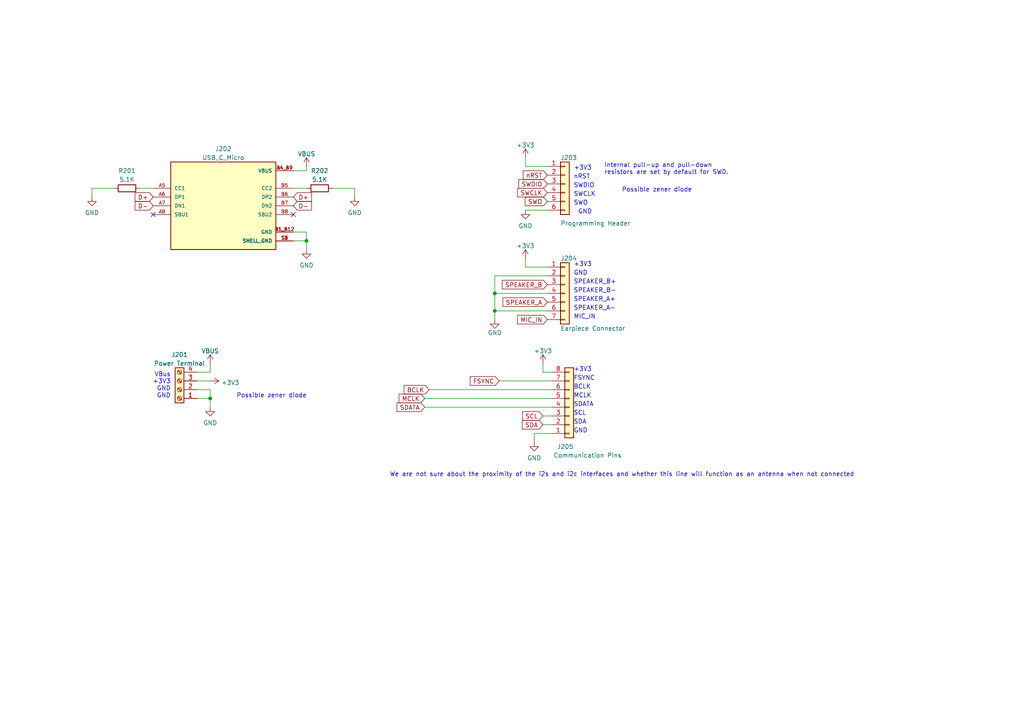
<source format=kicad_sch>
(kicad_sch (version 20230121) (generator eeschema)
  (paper "A4")
  (lib_symbols
    (symbol "Connector:Screw_Terminal_01x04" (pin_names (offset 1.016) hide)
      (property "Reference" "J" (at 0 5.08 0))
      (property "Value" "Screw_Terminal_01x04" (at 0 -7.62 0))
      (symbol "Screw_Terminal_01x04_1_1"
        (rectangle (start -1.27 3.81) (end 1.27 -6.35) (stroke (width 0.254)) (fill (type background)))
        (circle (center 0 -5.08) (radius 0.635) (stroke (width 0.1524)))
        (circle (center 0 -2.54) (radius 0.635) (stroke (width 0.1524)))
        (polyline (pts (xy -0.5334 -4.7498) (xy 0.3302 -5.588)) (stroke (width 0.1524)))
        (polyline (pts (xy -0.5334 -2.2098) (xy 0.3302 -3.048)) (stroke (width 0.1524)))
        (polyline (pts (xy -0.5334 0.3302) (xy 0.3302 -0.508)) (stroke (width 0.1524)))
        (polyline (pts (xy -0.5334 2.8702) (xy 0.3302 2.032)) (stroke (width 0.1524)))
        (polyline (pts (xy -0.3556 -4.572) (xy 0.508 -5.4102)) (stroke (width 0.1524)))
        (polyline (pts (xy -0.3556 -2.032) (xy 0.508 -2.8702)) (stroke (width 0.1524)))
        (polyline (pts (xy -0.3556 0.508) (xy 0.508 -0.3302)) (stroke (width 0.1524)))
        (polyline (pts (xy -0.3556 3.048) (xy 0.508 2.2098)) (stroke (width 0.1524)))
        (circle (center 0 0) (radius 0.635) (stroke (width 0.1524)))
        (circle (center 0 2.54) (radius 0.635) (stroke (width 0.1524)))
        (pin passive line (at -5.08 2.54 0) (length 3.81) (name "Pin_1") (number "1"))
        (pin passive line (at -5.08 0 0) (length 3.81) (name "Pin_2") (number "2"))
        (pin passive line (at -5.08 -2.54 0) (length 3.81) (name "Pin_3") (number "3"))
        (pin passive line (at -5.08 -5.08 0) (length 3.81) (name "Pin_4") (number "4"))
      )
    )
    (symbol "Connector_Generic:Conn_01x06" (pin_names (offset 1.016) hide)
      (property "Reference" "J" (at 0 7.62 0))
      (property "Value" "Conn_01x06" (at 0 -10.16 0))
      (symbol "Conn_01x06_1_1"
        (rectangle (start -1.27 -7.493) (end 0 -7.747) (stroke (width 0.1524)))
        (rectangle (start -1.27 -4.953) (end 0 -5.207) (stroke (width 0.1524)))
        (rectangle (start -1.27 -2.413) (end 0 -2.667) (stroke (width 0.1524)))
        (rectangle (start -1.27 0.127) (end 0 -0.127) (stroke (width 0.1524)))
        (rectangle (start -1.27 2.667) (end 0 2.413) (stroke (width 0.1524)))
        (rectangle (start -1.27 5.207) (end 0 4.953) (stroke (width 0.1524)))
        (rectangle (start -1.27 6.35) (end 1.27 -8.89) (stroke (width 0.254)) (fill (type background)))
        (pin passive line (at -5.08 5.08 0) (length 3.81) (name "Pin_1") (number "1"))
        (pin passive line (at -5.08 2.54 0) (length 3.81) (name "Pin_2") (number "2"))
        (pin passive line (at -5.08 0 0) (length 3.81) (name "Pin_3") (number "3"))
        (pin passive line (at -5.08 -2.54 0) (length 3.81) (name "Pin_4") (number "4"))
        (pin passive line (at -5.08 -5.08 0) (length 3.81) (name "Pin_5") (number "5"))
        (pin passive line (at -5.08 -7.62 0) (length 3.81) (name "Pin_6") (number "6"))
      )
    )
    (symbol "Connector_Generic:Conn_01x07" (pin_names (offset 1.016) hide)
      (property "Reference" "J" (at 0 10.16 0))
      (property "Value" "Conn_01x07" (at 0 -10.16 0))
      (symbol "Conn_01x07_1_1"
        (rectangle (start -1.27 -7.493) (end 0 -7.747) (stroke (width 0.1524)))
        (rectangle (start -1.27 -4.953) (end 0 -5.207) (stroke (width 0.1524)))
        (rectangle (start -1.27 -2.413) (end 0 -2.667) (stroke (width 0.1524)))
        (rectangle (start -1.27 0.127) (end 0 -0.127) (stroke (width 0.1524)))
        (rectangle (start -1.27 2.667) (end 0 2.413) (stroke (width 0.1524)))
        (rectangle (start -1.27 5.207) (end 0 4.953) (stroke (width 0.1524)))
        (rectangle (start -1.27 7.747) (end 0 7.493) (stroke (width 0.1524)))
        (rectangle (start -1.27 8.89) (end 1.27 -8.89) (stroke (width 0.254)) (fill (type background)))
        (pin passive line (at -5.08 7.62 0) (length 3.81) (name "Pin_1") (number "1"))
        (pin passive line (at -5.08 5.08 0) (length 3.81) (name "Pin_2") (number "2"))
        (pin passive line (at -5.08 2.54 0) (length 3.81) (name "Pin_3") (number "3"))
        (pin passive line (at -5.08 0 0) (length 3.81) (name "Pin_4") (number "4"))
        (pin passive line (at -5.08 -2.54 0) (length 3.81) (name "Pin_5") (number "5"))
        (pin passive line (at -5.08 -5.08 0) (length 3.81) (name "Pin_6") (number "6"))
        (pin passive line (at -5.08 -7.62 0) (length 3.81) (name "Pin_7") (number "7"))
      )
    )
    (symbol "Connector_Generic:Conn_01x08" (pin_names (offset 1.016) hide)
      (property "Reference" "J" (at 0 10.16 0))
      (property "Value" "Conn_01x08" (at 0 -12.7 0))
      (symbol "Conn_01x08_1_1"
        (rectangle (start -1.27 -10.033) (end 0 -10.287) (stroke (width 0.1524)))
        (rectangle (start -1.27 -7.493) (end 0 -7.747) (stroke (width 0.1524)))
        (rectangle (start -1.27 -4.953) (end 0 -5.207) (stroke (width 0.1524)))
        (rectangle (start -1.27 -2.413) (end 0 -2.667) (stroke (width 0.1524)))
        (rectangle (start -1.27 0.127) (end 0 -0.127) (stroke (width 0.1524)))
        (rectangle (start -1.27 2.667) (end 0 2.413) (stroke (width 0.1524)))
        (rectangle (start -1.27 5.207) (end 0 4.953) (stroke (width 0.1524)))
        (rectangle (start -1.27 7.747) (end 0 7.493) (stroke (width 0.1524)))
        (rectangle (start -1.27 8.89) (end 1.27 -11.43) (stroke (width 0.254)) (fill (type background)))
        (pin passive line (at -5.08 7.62 0) (length 3.81) (name "Pin_1") (number "1"))
        (pin passive line (at -5.08 5.08 0) (length 3.81) (name "Pin_2") (number "2"))
        (pin passive line (at -5.08 2.54 0) (length 3.81) (name "Pin_3") (number "3"))
        (pin passive line (at -5.08 0 0) (length 3.81) (name "Pin_4") (number "4"))
        (pin passive line (at -5.08 -2.54 0) (length 3.81) (name "Pin_5") (number "5"))
        (pin passive line (at -5.08 -5.08 0) (length 3.81) (name "Pin_6") (number "6"))
        (pin passive line (at -5.08 -7.62 0) (length 3.81) (name "Pin_7") (number "7"))
        (pin passive line (at -5.08 -10.16 0) (length 3.81) (name "Pin_8") (number "8"))
      )
    )
    (symbol "Device:R" (pin_numbers hide) (pin_names (offset 0))
      (property "Reference" "R" (at 2.032 0 90))
      (property "Value" "R" (at 0 0 90))
      (symbol "R_0_1"
        (rectangle (start -1.016 -2.54) (end 1.016 2.54) (stroke (width 0.254)))
      )
      (symbol "R_1_1"
        (pin passive line (at 0 3.81 270) (length 1.27) (name "~") (number "1"))
        (pin passive line (at 0 -3.81 90) (length 1.27) (name "~") (number "2"))
      )
    )
    (symbol "USB4105-GF-A:USB4105-GF-A" (pin_names (offset 1.016))
      (property "Reference" "J" (at -15.24 13.97 0))
      (property "Value" "USB4105-GF-A" (at -15.24 -15.24 0))
      (symbol "USB4105-GF-A_0_0"
        (rectangle (start -15.24 -12.7) (end 15.24 12.7) (stroke (width 0.254)) (fill (type background)))
        (pin power_in line (at 20.32 -7.62 180) (length 5.08) (name "GND") (number "A1_B12"))
        (pin power_in line (at 20.32 10.16 180) (length 5.08) (name "VBUS") (number "A4_B9"))
        (pin bidirectional line (at -20.32 5.08 0) (length 5.08) (name "CC1") (number "A5"))
        (pin bidirectional line (at -20.32 2.54 0) (length 5.08) (name "DP1") (number "A6"))
        (pin bidirectional line (at -20.32 0 0) (length 5.08) (name "DN1") (number "A7"))
        (pin bidirectional line (at -20.32 -2.54 0) (length 5.08) (name "SBU1") (number "A8"))
        (pin power_in line (at 20.32 -7.62 180) (length 5.08) (name "GND") (number "B1_A12"))
        (pin power_in line (at 20.32 10.16 180) (length 5.08) (name "VBUS") (number "B4_A9"))
        (pin bidirectional line (at 20.32 5.08 180) (length 5.08) (name "CC2") (number "B5"))
        (pin bidirectional line (at 20.32 2.54 180) (length 5.08) (name "DP2") (number "B6"))
        (pin bidirectional line (at 20.32 0 180) (length 5.08) (name "DN2") (number "B7"))
        (pin bidirectional line (at 20.32 -2.54 180) (length 5.08) (name "SBU2") (number "B8"))
        (pin power_in line (at 20.32 -10.16 180) (length 5.08) (name "SHELL_GND") (number "S1"))
        (pin power_in line (at 20.32 -10.16 180) (length 5.08) (name "SHELL_GND") (number "S2"))
        (pin power_in line (at 20.32 -10.16 180) (length 5.08) (name "SHELL_GND") (number "S3"))
        (pin power_in line (at 20.32 -10.16 180) (length 5.08) (name "SHELL_GND") (number "S4"))
      )
    )
    (symbol "power:+3V3" (power) (pin_names (offset 0))
      (property "Value" "+3V3" (at 0 3.556 0))
      (symbol "+3V3_0_1"
        (polyline (pts (xy -0.762 1.27) (xy 0 2.54)))
        (polyline (pts (xy 0 0) (xy 0 2.54)))
        (polyline (pts (xy 0 2.54) (xy 0.762 1.27)))
      )
      (symbol "+3V3_1_1"
        (pin power_in line (at 0 0 90) (length 0) hide (name "+3V3") (number "1"))
      )
    )
    (symbol "power:GND" (power) (pin_names (offset 0))
      (property "Value" "GND" (at 0 -3.81 0))
      (symbol "GND_0_1"
        (polyline (pts (xy 0 0) (xy 0 -1.27) (xy 1.27 -1.27) (xy 0 -2.54) (xy -1.27 -1.27) (xy 0 -1.27)))
      )
      (symbol "GND_1_1"
        (pin power_in line (at 0 0 270) (length 0) hide (name "GND") (number "1"))
      )
    )
    (symbol "power:VBUS" (power) (pin_names (offset 0))
      (property "Value" "VBUS" (at 0 3.81 0))
      (symbol "VBUS_0_1"
        (polyline (pts (xy -0.762 1.27) (xy 0 2.54)))
        (polyline (pts (xy 0 0) (xy 0 2.54)))
        (polyline (pts (xy 0 2.54) (xy 0.762 1.27)))
      )
      (symbol "VBUS_1_1"
        (pin power_in line (at 0 0 90) (length 0) hide (name "VBUS") (number "1"))
      )
    )
  )
  (junction (at 88.9 69.85))
  (junction (at 60.96 115.57))
  (junction (at 143.51 90.17))
  (junction (at 143.51 85.09))
  (no_connect (at 44.45 62.23))
  (no_connect (at 85.09 62.23))
  (wire (pts (xy 57.15 110.49) (xy 60.96 110.49)))
  (wire (pts (xy 123.19 118.11) (xy 160.02 118.11)))
  (wire (pts (xy 157.48 120.65) (xy 160.02 120.65)))
  (wire (pts (xy 60.96 105.41) (xy 60.96 107.95)))
  (wire (pts (xy 40.64 54.61) (xy 44.45 54.61)))
  (wire (pts (xy 152.4 77.47) (xy 158.75 77.47)))
  (wire (pts (xy 88.9 69.85) (xy 88.9 72.39)))
  (wire (pts (xy 57.15 113.03) (xy 60.96 113.03)))
  (wire (pts (xy 123.19 115.57) (xy 160.02 115.57)))
  (wire (pts (xy 152.4 74.93) (xy 152.4 77.47)))
  (wire (pts (xy 152.4 48.26) (xy 158.75 48.26)))
  (wire (pts (xy 143.51 80.01) (xy 158.75 80.01)))
  (wire (pts (xy 88.9 67.31) (xy 88.9 69.85)))
  (wire (pts (xy 102.87 54.61) (xy 102.87 57.15)))
  (wire (pts (xy 144.78 110.49) (xy 160.02 110.49)))
  (wire (pts (xy 152.4 60.96) (xy 158.75 60.96)))
  (wire (pts (xy 154.94 125.73) (xy 154.94 128.27)))
  (wire (pts (xy 60.96 118.11) (xy 60.96 115.57)))
  (wire (pts (xy 85.09 49.53) (xy 88.9 49.53)))
  (wire (pts (xy 60.96 115.57) (xy 57.15 115.57)))
  (wire (pts (xy 143.51 85.09) (xy 143.51 90.17)))
  (wire (pts (xy 85.09 67.31) (xy 88.9 67.31)))
  (wire (pts (xy 85.09 69.85) (xy 88.9 69.85)))
  (wire (pts (xy 157.48 107.95) (xy 157.48 105.41)))
  (wire (pts (xy 143.51 90.17) (xy 143.51 92.71)))
  (wire (pts (xy 160.02 107.95) (xy 157.48 107.95)))
  (wire (pts (xy 143.51 85.09) (xy 158.75 85.09)))
  (wire (pts (xy 143.51 90.17) (xy 158.75 90.17)))
  (wire (pts (xy 26.67 54.61) (xy 26.67 57.15)))
  (wire (pts (xy 60.96 113.03) (xy 60.96 115.57)))
  (wire (pts (xy 96.52 54.61) (xy 102.87 54.61)))
  (wire (pts (xy 143.51 80.01) (xy 143.51 85.09)))
  (wire (pts (xy 157.48 123.19) (xy 160.02 123.19)))
  (wire (pts (xy 85.09 54.61) (xy 88.9 54.61)))
  (wire (pts (xy 88.9 48.26) (xy 88.9 49.53)))
  (wire (pts (xy 154.94 125.73) (xy 160.02 125.73)))
  (wire (pts (xy 124.46 113.03) (xy 160.02 113.03)))
  (wire (pts (xy 152.4 45.72) (xy 152.4 48.26)))
  (wire (pts (xy 60.96 107.95) (xy 57.15 107.95)))
  (wire (pts (xy 33.02 54.61) (xy 26.67 54.61)))
  (text "SPEAKER_B-" (at 166.37 85.09 0) (effects (font (size 1.27 1.27)) (justify left bottom)))
  (text "SWO" (at 166.37 59.69 0) (effects (font (size 1.27 1.27)) (justify left bottom)))
  (text "MIC_IN" (at 166.37 92.71 0) (effects (font (size 1.27 1.27)) (justify left bottom)))
  (text "VBus\n+3V3\nGND\nGND" (at 49.53 115.57 0) (effects (font (size 1.27 1.27)) (justify right bottom)))
  (text "MCLK" (at 166.37 115.57 0) (effects (font (size 1.27 1.27)) (justify left bottom)))
  (text "nRST" (at 166.37 52.07 0) (effects (font (size 1.27 1.27)) (justify left bottom)))
  (text "SPEAKER_A+" (at 166.37 87.63 0) (effects (font (size 1.27 1.27)) (justify left bottom)))
  (text "GND" (at 166.37 80.01 0) (effects (font (size 1.27 1.27)) (justify left bottom)))
  (text "FSYNC" (at 166.37 110.49 0) (effects (font (size 1.27 1.27)) (justify left bottom)))
  (text "SCL" (at 166.37 120.65 0) (effects (font (size 1.27 1.27)) (justify left bottom)))
  (text "Internal pull-up and pull-down\nresistors are set by default for SWD." (at 175.26 50.8 0) (effects (font (size 1.27 1.27)) (justify left bottom)))
  (text "+3V3" (at 166.37 107.95 0) (effects (font (size 1.27 1.27)) (justify left bottom)))
  (text "Possible zener diode" (at 68.58 115.57 0) (effects (font (size 1.27 1.27)) (justify left bottom)))
  (text "We are not sure about the proximity of the i2s and i2c interfaces and whether this line will function as an antenna when not connected" (at 113.03 138.43 0) (effects (font (size 1.27 1.27)) (justify left bottom)))
  (text "+3V3" (at 166.37 77.47 0) (effects (font (size 1.27 1.27)) (justify left bottom)))
  (text "SWCLK" (at 166.37 57.15 0) (effects (font (size 1.27 1.27)) (justify left bottom)))
  (text "SDA" (at 166.37 123.19 0) (effects (font (size 1.27 1.27)) (justify left bottom)))
  (text "GND" (at 167.64 62.23 0) (effects (font (size 1.27 1.27)) (justify left bottom)))
  (text "SPEAKER_A-" (at 166.37 90.17 0) (effects (font (size 1.27 1.27)) (justify left bottom)))
  (text "SWDIO" (at 166.37 54.61 0) (effects (font (size 1.27 1.27)) (justify left bottom)))
  (text "BCLK" (at 166.37 113.03 0) (effects (font (size 1.27 1.27)) (justify left bottom)))
  (text "SPEAKER_B+" (at 166.37 82.55 0) (effects (font (size 1.27 1.27)) (justify left bottom)))
  (text "SDATA" (at 166.37 118.11 0) (effects (font (size 1.27 1.27)) (justify left bottom)))
  (text "GND" (at 166.37 125.73 0) (effects (font (size 1.27 1.27)) (justify left bottom)))
  (text "Possible zener diode" (at 180.34 55.88 0) (effects (font (size 1.27 1.27)) (justify left bottom)))
  (text "+3V3" (at 166.37 49.53 0) (effects (font (size 1.27 1.27)) (justify left bottom)))
  (global_label "SDATA" (shape input) (at 123.19 118.11 180) (property "Intersheetrefs" "${INTERSHEET_REFS}" (effects hide)))
  (global_label "SPEAKER_B" (shape input) (at 158.75 82.55 180) (property "Intersheetrefs" "${INTERSHEET_REFS}" (effects hide)))
  (global_label "SWCLK" (shape input) (at 158.75 55.88 180) (property "Intersheetrefs" "${INTERSHEET_REFS}" (effects hide)))
  (global_label "BCLK" (shape input) (at 124.46 113.03 180) (property "Intersheetrefs" "${INTERSHEET_REFS}" (effects hide)))
  (global_label "SWDIO" (shape input) (at 158.75 53.34 180) (property "Intersheetrefs" "${INTERSHEET_REFS}" (effects hide)))
  (global_label "D-" (shape input) (at 44.45 59.69 180) (property "Intersheetrefs" "${INTERSHEET_REFS}" (effects hide)))
  (global_label "SCL" (shape input) (at 157.48 120.65 180) (property "Intersheetrefs" "${INTERSHEET_REFS}" (effects hide)))
  (global_label "FSYNC" (shape input) (at 144.78 110.49 180) (property "Intersheetrefs" "${INTERSHEET_REFS}" (effects hide)))
  (global_label "D+" (shape input) (at 44.45 57.15 180) (property "Intersheetrefs" "${INTERSHEET_REFS}" (effects hide)))
  (global_label "MCLK" (shape input) (at 123.19 115.57 180) (property "Intersheetrefs" "${INTERSHEET_REFS}" (effects hide)))
  (global_label "SPEAKER_A" (shape input) (at 158.75 87.63 180) (property "Intersheetrefs" "${INTERSHEET_REFS}" (effects hide)))
  (global_label "SDA" (shape input) (at 157.48 123.19 180) (property "Intersheetrefs" "${INTERSHEET_REFS}" (effects hide)))
  (global_label "nRST" (shape input) (at 158.75 50.8 180) (property "Intersheetrefs" "${INTERSHEET_REFS}" (effects hide)))
  (global_label "SWO" (shape input) (at 158.75 58.42 180) (property "Intersheetrefs" "${INTERSHEET_REFS}" (effects hide)))
  (global_label "MIC_IN" (shape input) (at 158.75 92.71 180) (property "Intersheetrefs" "${INTERSHEET_REFS}" (effects hide)))
  (global_label "D-" (shape input) (at 85.09 59.69 0) (property "Intersheetrefs" "${INTERSHEET_REFS}" (effects hide)))
  (global_label "D+" (shape input) (at 85.09 57.15 0) (property "Intersheetrefs" "${INTERSHEET_REFS}" (effects hide)))
  (symbol (lib_id "USB4105-GF-A:USB4105-GF-A") (at 64.77 59.69 0) (unit 1)
    (property "Reference" "J202" (at 64.77 43.18 0))
    (property "Value" "USB_C_Micro" (at 64.77 45.72 0))
    (property "Footprint" "GCT_USB4105-GF-A" (effects hide))
    (property "PARTREV" "A3" (effects hide))
    (property "STANDARD" "Manufacturer Recommendations" (effects hide))
    (property "MAXIMUM_PACKAGE_HEIGHT" "3.31 mm" (effects hide))
    (property "MANUFACTURER" "GCT" (effects hide))
  )
  (symbol (lib_id "power:+3V3") (at 157.48 105.41 0) (unit 1)
    (property "Reference" "#PWR013" (effects hide))
    (property "Value" "+3V3" (at 157.48 101.8055 0))
  )
  (symbol (lib_id "power:VBUS") (at 88.9 48.26 0) (unit 1)
    (property "Reference" "#PWR02" (effects hide))
    (property "Value" "VBUS" (at 88.9 44.6555 0))
  )
  (symbol (lib_id "power:GND") (at 60.96 118.11 0) (unit 1)
    (property "Reference" "#PWR0205" (effects hide))
    (property "Value" "GND" (at 60.96 122.6725 0))
  )
  (symbol (lib_id "power:+3V3") (at 152.4 45.72 0) (unit 1)
    (property "Reference" "#PWR0212" (effects hide))
    (property "Value" "+3V3" (at 152.4 42.1155 0))
  )
  (symbol (lib_id "Device:R") (at 36.83 54.61 90) (unit 1)
    (property "Reference" "R201" (at 36.83 49.53 90))
    (property "Value" "5.1K" (at 36.83 52.07 90))
    (property "Footprint" "Resistor_SMD:R_0603_1608Metric_Pad0.98x0.95mm_HandSolder" (effects hide))
  )
  (symbol (lib_id "power:GND") (at 143.51 92.71 0) (unit 1)
    (property "Reference" "#PWR0101" (effects hide))
    (property "Value" "GND" (at 143.51 96.52 0))
  )
  (symbol (lib_id "Connector:Screw_Terminal_01x04") (at 52.07 113.03 180) (unit 1)
    (property "Reference" "J201" (at 52.07 102.87 0))
    (property "Value" "Power Terminal" (at 52.07 105.41 0))
    (property "Footprint" "Connector_PinHeader_2.54mm:PinHeader_1x04_P2.54mm_Vertical" (effects hide))
  )
  (symbol (lib_id "Device:R") (at 92.71 54.61 90) (unit 1)
    (property "Reference" "R202" (at 92.71 49.53 90))
    (property "Value" "5.1K" (at 92.71 52.07 90))
    (property "Footprint" "Resistor_SMD:R_0603_1608Metric_Pad0.98x0.95mm_HandSolder" (effects hide))
  )
  (symbol (lib_id "power:GND") (at 154.94 128.27 0) (unit 1)
    (property "Reference" "#PWR08" (effects hide))
    (property "Value" "GND" (at 154.94 132.8325 0))
  )
  (symbol (lib_id "Connector_Generic:Conn_01x07") (at 163.83 85.09 0) (unit 1)
    (property "Reference" "J204" (at 162.56 74.93 0) (effects (justify left)))
    (property "Value" "Earpiece Connector" (at 162.56 95.25 0) (effects (justify left)))
    (property "Footprint" "Connector_PinHeader_2.54mm:PinHeader_1x07_P2.54mm_Vertical" (effects hide))
  )
  (symbol (lib_id "power:GND") (at 152.4 60.96 0) (unit 1)
    (property "Reference" "#PWR0213" (effects hide))
    (property "Value" "GND" (at 152.4 65.5225 0))
  )
  (symbol (lib_id "power:+3V3") (at 152.4 74.93 0) (unit 1)
    (property "Reference" "#PWR0214" (effects hide))
    (property "Value" "+3V3" (at 152.4 71.3255 0))
  )
  (symbol (lib_id "power:GND") (at 88.9 72.39 0) (unit 1)
    (property "Reference" "#PWR01" (effects hide))
    (property "Value" "GND" (at 88.9 76.9525 0))
  )
  (symbol (lib_id "power:GND") (at 102.87 57.15 0) (unit 1)
    (property "Reference" "#PWR03" (effects hide))
    (property "Value" "GND" (at 102.87 61.7125 0))
  )
  (symbol (lib_id "power:+3V3") (at 60.96 110.49 270) (unit 1)
    (property "Reference" "#PWR0203" (effects hide))
    (property "Value" "+3V3" (at 64.135 110.969 90) (effects (justify left)))
  )
  (symbol (lib_id "power:GND") (at 26.67 57.15 0) (unit 1)
    (property "Reference" "#PWR04" (effects hide))
    (property "Value" "GND" (at 26.67 61.7125 0))
  )
  (symbol (lib_id "power:VBUS") (at 60.96 105.41 0) (unit 1)
    (property "Reference" "#PWR0202" (effects hide))
    (property "Value" "VBUS" (at 60.96 101.8055 0))
  )
  (symbol (lib_id "Connector_Generic:Conn_01x08") (at 165.1 118.11 0) (mirror x) (unit 1)
    (property "Reference" "J205" (at 166.37 129.54 0) (effects (justify right)))
    (property "Value" "Communication Pins" (at 180.34 132.08 0) (effects (justify right)))
    (property "Footprint" "Connector_PinHeader_2.54mm:PinHeader_1x08_P2.54mm_Vertical" (effects hide))
  )
  (symbol (lib_id "Connector_Generic:Conn_01x06") (at 163.83 53.34 0) (unit 1)
    (property "Reference" "J203" (at 162.56 45.72 0) (effects (justify left)))
    (property "Value" "Programming Header" (at 162.56 64.77 0) (effects (justify left)))
    (property "Footprint" "Connector_PinHeader_2.54mm:PinHeader_1x06_P2.54mm_Vertical" (effects hide))
  )
)
</source>
